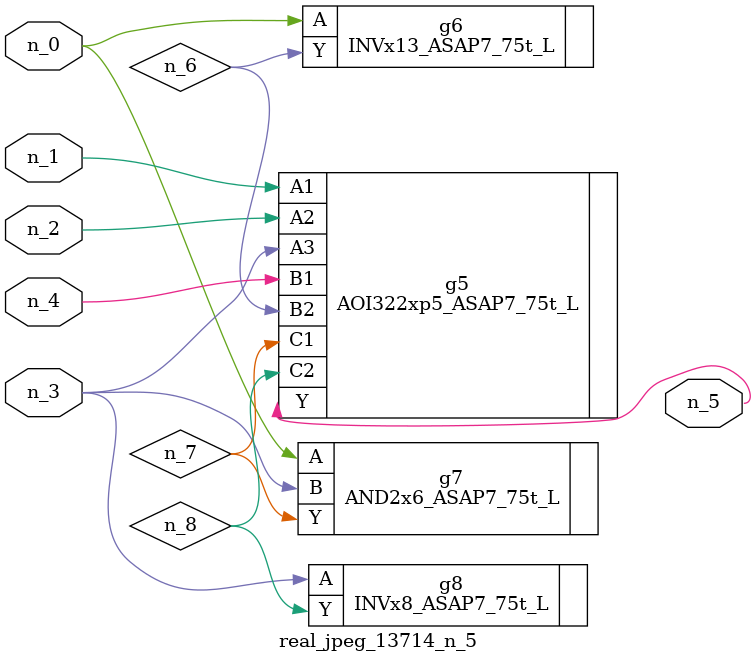
<source format=v>
module real_jpeg_13714_n_5 (n_4, n_0, n_1, n_2, n_3, n_5);

input n_4;
input n_0;
input n_1;
input n_2;
input n_3;

output n_5;

wire n_8;
wire n_6;
wire n_7;

INVx13_ASAP7_75t_L g6 ( 
.A(n_0),
.Y(n_6)
);

AND2x6_ASAP7_75t_L g7 ( 
.A(n_0),
.B(n_3),
.Y(n_7)
);

AOI322xp5_ASAP7_75t_L g5 ( 
.A1(n_1),
.A2(n_2),
.A3(n_3),
.B1(n_4),
.B2(n_6),
.C1(n_7),
.C2(n_8),
.Y(n_5)
);

INVx8_ASAP7_75t_L g8 ( 
.A(n_3),
.Y(n_8)
);


endmodule
</source>
